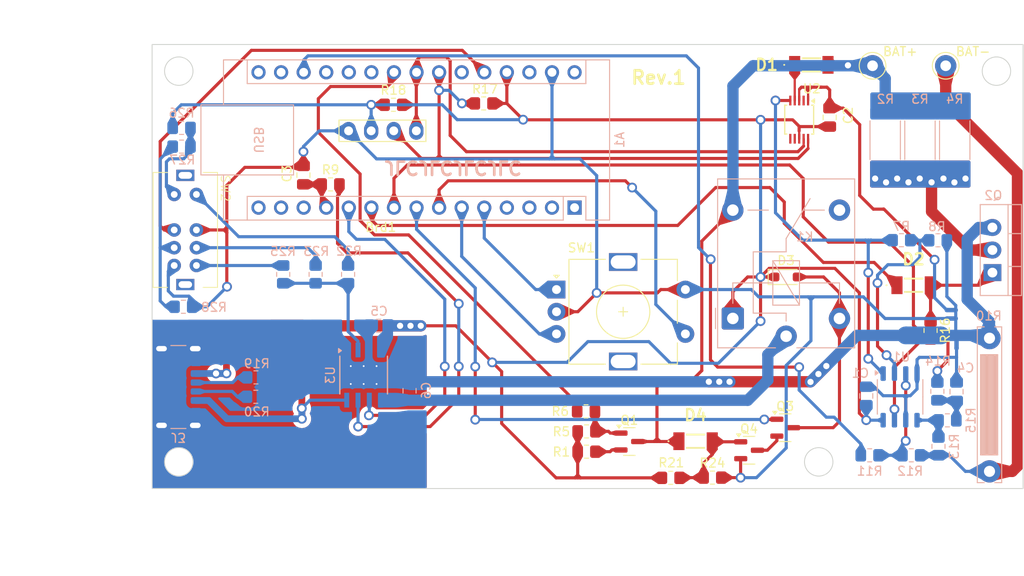
<source format=kicad_pcb>
(kicad_pcb (version 20241229) (generator "pcbnew") (generator_version "9.0")
  (title_block (title "Lithium battery doctor board") (date "2024-10-10") (rev "1") (comment 1 "Modified by GMagician") (comment 2 "Original project by Akos Boda"))
  (layers (0 "F.Cu" signal) (2 "B.Cu" signal) (13 "F.Paste" user) (15 "B.Paste" user) (5 "F.SilkS" user "F.Silkscreen") (7 "B.SilkS" user "B.Silkscreen") (1 "F.Mask" user) (3 "B.Mask" user) (25 "Edge.Cuts" user))
  (net 0 "")
  (net 5 "/ENCA")
  (net 6 "/ENCB")
  (net 7 "/~{ENCBTN}")
  (net 8 "CHARGE_EN")
  (net 9 "Net-(A1-D6)")
  (net 10 "Net-(A1-D7)")
  (net 11 "TP_CHARGING")
  (net 12 "Net-(A1-D9)")
  (net 18 "Net-(A1-AREF)")
  (net 22 "Net-(A1-A3)")
  (net 23 "/SDA")
  (net 24 "/SCL")
  (net 26 "TP_ISEL")
  (net 27 "+5V")
  (net 29 "GND")
  (net 31 "GND2")
  (net 32 "GND1")
  (net 33 "Net-(U3-BAT)")
  (net 34 "Net-(D1-K)")
  (net 35 "BAT+")
  (net 36 "/DISCHARGE_EN")
  (net 37 "Net-(D3-A)")
  (net 38 "Net-(D4-A)")
  (net 39 "GND3")
  (net 41 "Net-(Q2-S)")
  (net 42 "Net-(Q1-B)")
  (net 43 "Net-(Q1-E)")
  (net 44 "Net-(Q2-D)")
  (net 45 "TP_CHARGED")
  (net 46 "Net-(U3-PROG)")
  (net 47 "Net-(J2-Pin_1)")
  (net 48 "Net-(R23-Pad2)")
  (net 49 "Net-(J3-CC1)")
  (net 50 "Net-(J3-CC2)")
  (net 51 "Net-(C4-Pad1)")
  (net 52 "Net-(Q3-S)")
  (net 53 "Net-(U2-AIN1)")
  (net 54 "Net-(U1A--)")
  (net 55 "Net-(U1A-+)")
  (net 56 "Net-(U1B-+)")
  (net 57 "Net-(R16-Pad2)")
  (net 58 "Net-(R22-Pad2)")
  (net 59 "Net-(R25-Pad1)")
  (net 60 "Net-(R26-Pad1)")
  (net 61 "Net-(R27-Pad1)")
  (footprint "Diode_SMD:D_SOD-323_HandSoldering" (layer "F.Cu") (at 167.18 109.89)
    (property "Reference" "D3")
    (property "Value" "1N4148WS" (hide yes))
  )
  (footprint "Package_TO_SOT_SMD:SOT-23" (layer "F.Cu") (at 167.0808 126.8628)
    (property "Reference" "Q3")
    (property "Value" "AO3400A" (hide yes))
  )
  (footprint "Diode_SMD_C:D_SOD-80" (layer "F.Cu") (at 156.9993 128.3868)
    (property "Reference" "D4")
    (property "Value" "LS103A" (hide yes))
  )
  (footprint "Resistor_SMD:R_0805_2012Metric_Pad1.20x1.40mm_HandSolder" (layer "F.Cu") (at 154.2067 132.5118)
    (property "Reference" "R21")
    (property "Value" "120K" (hide yes))
  )
  (footprint "Package_TO_SOT_SMD:SOT-23" (layer "F.Cu") (at 149.5448 128.4224)
    (property "Reference" "Q1")
    (property "Value" "MMBT3906" (hide yes))
  )
  (footprint "Resistor_SMD:R_0805_2012Metric_Pad1.20x1.40mm_HandSolder" (layer "F.Cu") (at 158.8991 132.4864)
    (property "Reference" "R24")
    (property "Value" "75K" (hide yes))
  )
  (footprint "Resistor_SMD:R_0805_2012Metric_Pad1.20x1.40mm_HandSolder" (layer "F.Cu") (at 144.7325 127.2794)
    (property "Reference" "R5")
    (property "Value" "1K" (hide yes))
  )
  (footprint "Package_TO_SOT_SMD:SOT-23" (layer "F.Cu") (at 163.0168 129.4028)
    (property "Reference" "Q4")
    (property "Value" "AO3400A" (hide yes))
  )
  (footprint "Resistor_SMD:R_0805_2012Metric_Pad1.20x1.40mm_HandSolder" (layer "F.Cu") (at 115.9256 99.4664)
    (property "Reference" "R9")
    (property "Value" "10K" (hide yes))
  )
  (footprint "Connector_Pin:Pin_D1.0mm_L10.0mm_LooseFit" (layer "F.Cu") (at 185.1406 86.106)
    (property "Reference" "J2" (hide yes))
    (property "Value" "BAT-")
  )
  (footprint "Resistor_SMD:R_0805_2012Metric_Pad1.20x1.40mm_HandSolder" (layer "F.Cu") (at 183.4388 115.9162 -90)
    (property "Reference" "R16")
    (property "Value" "2K2" (hide yes))
  )
  (footprint "Rotary_Encoder_C:RotaryEncoder-Switch_Vertical_H15mm" (layer "F.Cu") (at 141.351 111.3066)
    (property "Reference" "SW1")
    (property "Value" "RotaryEncoder_Switch" (hide yes))
  )
  (footprint "Resistor_SMD:R_0805_2012Metric_Pad1.20x1.40mm_HandSolder" (layer "F.Cu") (at 144.6751 125.0238 180)
    (property "Reference" "R6")
    (property "Value" "2K" (hide yes))
  )
  (footprint "Diode_SMD_C:D_SOD-80" (layer "F.Cu") (at 170.023 86.0044)
    (property "Reference" "D1")
    (property "Value" "LS103A" (hide yes))
  )
  (footprint "Connector_Pin:Pin_D1.0mm_L10.0mm_LooseFit" (layer "F.Cu") (at 176.911 86.106)
    (property "Reference" "J1" (hide yes))
    (property "Value" "BAT+")
  )
  (footprint "Package_SO:TSSOP-10_3x3mm_P0.5mm" (layer "F.Cu") (at 168.656 92.1727 -90)
    (property "Reference" "U2")
    (property "Value" "ADS1015" (hide yes))
  )
  (footprint "Resistor_SMD:R_0805_2012Metric_Pad1.20x1.40mm_HandSolder" (layer "F.Cu") (at 144.7325 129.5654)
    (property "Reference" "R1")
    (property "Value" "6R2" (hide yes))
  )
  (footprint "Display_C:SSD1306_OLED_DISPLAY_0.96" (layer "F.Cu") (at 121.5776 104.0346)
    (property "Reference" "Brd1")
    (property "Value" "SSD1306")
  )
  (footprint "Resistor_SMD:R_0805_2012Metric_Pad1.20x1.40mm_HandSolder" (layer "F.Cu") (at 133.1562 90.3478 180)
    (property "Reference" "R17")
    (property "Value" "2K2" (hide yes))
  )
  (footprint "Switch:SK23D07VG5" (layer "F.Cu") (at 99.5861 104.5967 -90)
    (property "Reference" "SW2")
    (property "Value" "SW_DP3T" (hide yes))
  )
  (footprint "Capacitor_SMD:C_0805_2012Metric_Pad1.18x1.45mm_HandSolder" (layer "F.Cu") (at 172.085 91.9187 90)
    (property "Reference" "C2")
    (property "Value" "100nF" (hide yes))
  )
  (footprint "Resistor_SMD:R_0805_2012Metric_Pad1.20x1.40mm_HandSolder" (layer "F.Cu") (at 123 90.5)
    (property "Reference" "R18")
    (property "Value" "2K2" (hide yes))
  )
  (footprint "Capacitor_SMD:C_0805_2012Metric_Pad1.18x1.45mm_HandSolder" (layer "F.Cu") (at 112.8776 98.4211 -90)
    (property "Reference" "C3")
    (property "Value" "1uF" (hide yes))
  )
  (footprint "Diode_SMD_C:D_SOD-80" (layer "F.Cu") (at 181.5338 110.8202)
    (property "Reference" "D2")
    (property "Value" "LS103A" (hide yes))
  )
  (footprint "NetTie:NetTie-2_SMD_Pad0.5mm" (layer "B.Cu") (at 185.77 113.62)
    (property "Reference" "NT3" (hide yes))
    (property "Value" "NetTie_2" (hide yes))
  )
  (footprint "Resistor_SMD:R_0805_2012Metric_Pad1.20x1.40mm_HandSolder" (layer "B.Cu") (at 184.3278 128.9652 -90)
    (property "Reference" "R13")
    (property "Value" "820R" (hide yes))
  )
  (footprint "Resistor_SMD:R_2512_6332Metric_Pad1.40x3.35mm_HandSolder" (layer "B.Cu") (at 178.3334 94.49 -90)
    (property "Reference" "R2")
    (property "Value" "1R" (hide yes))
  )
  (footprint "Resistor_THT_C:R_Bare_Metal_Element_L18mm_W2.5mm_P15mm" (layer "B.Cu") (at 190.0682 116.7822 -90)
    (property "Reference" "R10")
    (property "Value" "0.05R" (hide yes))
  )
  (footprint "Resistor_SMD:R_2512_6332Metric_Pad1.40x3.35mm_HandSolder" (layer "B.Cu") (at 182.245 94.49 -90)
    (property "Reference" "R3")
    (property "Value" "1R" (hide yes))
  )
  (footprint "NetTie:NetTie-2_SMD_Pad0.5mm" (layer "B.Cu") (at 185.77 114.57)
    (property "Reference" "NT2" (hide yes))
    (property "Value" "NetTie_2" (hide yes))
  )
  (footprint "NetTie:NetTie-2_SMD_Pad2.0mm" (layer "B.Cu") (at 182.63 116.47)
    (property "Reference" "NT1" (hide yes))
    (property "Value" "NetTie_2" (hide yes))
  )
  (footprint "Capacitor_SMD:C_0805_2012Metric_Pad1.18x1.45mm_HandSolder" (layer "B.Cu") (at 124.8156 122.7035 -90)
    (property "Reference" "C6")
    (property "Value" "10uF" (hide yes))
  )
  (footprint "Capacitor_SMD:C_0805_2012Metric_Pad1.18x1.45mm_HandSolder" (layer "B.Cu") (at 176.1998 123.2877 90)
    (property "Reference" "C1")
    (property "Value" "100nF" (hide yes))
  )
  (footprint "Capacitor_SMD:C_0805_2012Metric_Pad1.18x1.45mm_HandSolder" (layer "B.Cu") (at 121.3358 115.3922 180)
    (property "Reference" "C5")
    (property "Value" "10uF" (hide yes))
  )
  (footprint "Resistor_SMD:R_0805_2012Metric_Pad1.20x1.40mm_HandSolder" (layer "B.Cu") (at 114.2492 109.6 90)
    (property "Reference" "R23")
    (property "Value" "2K4" (hide yes))
  )
  (footprint "Resistor_SMD:R_0805_2012Metric_Pad1.20x1.40mm_HandSolder" (layer "B.Cu") (at 99.1649 95.2119)
    (property "Reference" "R27")
    (property "Value" "7K5" (hide yes))
  )
  (footprint "Relay_THT:Relay_SPDT_Finder_36.11" (layer "B.Cu") (at 161.1884 114.562)
    (property "Reference" "K1")
    (property "Value" "5VDC" (hide yes))
  )
  (footprint "Package_TO_SOT_THT:TO-220-3_Vertical" (layer "B.Cu") (at 190.3984 109.3978 90)
    (property "Reference" "Q2")
    (property "Value" "IRFZ44N" (hide yes))
  )
  (footprint "Resistor_SMD:R_0805_2012Metric_Pad1.20x1.40mm_HandSolder" (layer "B.Cu") (at 181.2704 129.9718 180)
    (property "Reference" "R12")
    (property "Value" "100R" (hide yes))
  )
  (footprint "Resistor_SMD:R_0805_2012Metric_Pad1.20x1.40mm_HandSolder" (layer "B.Cu") (at 184.27 105.76 180)
    (property "Reference" "R8")
    (property "Value" "36R" (hide yes))
  )
  (footprint "Resistor_SMD:R_0805_2012Metric_Pad1.20x1.40mm_HandSolder" (layer "B.Cu") (at 99.1649 93.1037 180)
    (property "Reference" "R26")
    (property "Value" "62K" (hide yes))
  )
  (footprint "Package_SO:SOP-8_3.9x4.9mm_P1.27mm" (layer "B.Cu") (at 180.0098 123.3932 -90)
    (property "Reference" "U1")
    (property "Value" "LM358M" (hide yes))
  )
  (footprint "Capacitor_SMD:C_0805_2012Metric_Pad1.18x1.45mm_HandSolder" (layer "B.Cu") (at 186.3598 122.8051 90)
    (property "Reference" "C4")
    (property "Value" "10uF" (hide yes))
  )
  (footprint "Package_SO_C:SOP-8_4.2x5.3mm_P1.27mm_EP2.5x3.4mm_ThermalVias" (layer "B.Cu") (at 119.65305 120.936 -90)
    (property "Reference" "U3")
    (property "Value" "TP4056A" (hide yes))
  )
  (footprint "Resistor_SMD:R_0805_2012Metric_Pad1.20x1.40mm_HandSolder" (layer "B.Cu") (at 107.5178 123.3816)
    (property "Reference" "R20")
    (property "Value" "5K1" (hide yes))
  )
  (footprint "Resistor_SMD:R_0805_2012Metric_Pad1.20x1.40mm_HandSolder" (layer "B.Cu") (at 99.3681 113.2459 180)
    (property "Reference" "R28")
    (property "Value" "7K5" (hide yes))
  )
  (footprint "Resistor_SMD:R_0805_2012Metric_Pad1.20x1.40mm_HandSolder" (layer "B.Cu") (at 176.5874 129.9718 180)
    (property "Reference" "R11")
    (property "Value" "1K" (hide yes))
  )
  (footprint "Resistor_SMD:R_0805_2012Metric_Pad1.20x1.40mm_HandSolder" (layer "B.Cu") (at 184.2008 122.7742 90)
    (property "Reference" "R14")
    (property "Value" "20K" (hide yes))
  )
  (footprint "Resistor_SMD:R_0805_2012Metric_Pad1.20x1.40mm_HandSolder" (layer "B.Cu") (at 117.9 109.6 90)
    (property "Reference" "R22")
    (property "Value" "1K2" (hide yes))
  )
  (footprint "Resistor_SMD:R_0805_2012Metric_Pad1.20x1.40mm_HandSolder" (layer "B.Cu") (at 107.5366 121.1972)
    (property "Reference" "R19")
    (property "Value" "5K1" (hide yes))
  )
  (footprint "Resistor_SMD:R_0805_2012Metric_Pad1.20x1.40mm_HandSolder" (layer "B.Cu") (at 180.16 105.75)
    (property "Reference" "R7")
    (property "Value" "620R" (hide yes))
  )
  (footprint "NetTie:NetTie-2_SMD_Pad0.5mm" (layer "B.Cu") (at 186.3598 117.4242 90)
    (property "Reference" "NT4" (hide yes))
    (property "Value" "NetTie_2" (hide yes))
  )
  (footprint "Resistor_SMD:R_0805_2012Metric_Pad1.20x1.40mm_HandSolder" (layer "B.Cu") (at 110.6 109.6 -90)
    (property "Reference" "R25")
    (property "Value" "5K6" (hide yes))
  )
  (footprint "Module:Arduino_Nano" (layer "B.Cu") (at 143.383 102.0826 90)
    (property "Reference" "A1")
    (property "Value" "Arduino_Nano" (hide yes))
  )
  (footprint "Resistor_SMD:R_2512_6332Metric_Pad1.40x3.35mm_HandSolder" (layer "B.Cu") (at 186.1566 94.49 -90)
    (property "Reference" "R4")
    (property "Value" "1R" (hide yes))
  )
  (footprint "Connector_USB:USB_C_Receptacle_GCT_USB4125-xx-x_6P_TopMnt_Horizontal" (layer "B.Cu") (at 97.7072 122.2824 90)
    (property "Reference" "J3")
    (property "Value" "USB_C_Receptacle_PowerOnly_6P" (hide yes))
  )
  (footprint "Resistor_SMD:R_0805_2012Metric_Pad1.20x1.40mm_HandSolder" (layer "B.Cu") (at 185.3344 126.0348)
    (property "Reference" "R15")
    (property "Value" "12K" (hide yes))
  )
  (gr_circle (center 170.8516 130.7122) (end 172.4516 130.7122) (stroke (width 0.1)) (fill no) (layer "Edge.Cuts"))
  (gr_circle (center 98.8516 86.7122) (end 100.4516 86.7122) (stroke (width 0.1)) (fill no) (layer "Edge.Cuts"))
  (gr_circle (center 98.8516 130.7122) (end 100.4516 130.7122) (stroke (width 0.1)) (fill no) (layer "Edge.Cuts"))
  (gr_rect (start 95.8516 83.7122) (end 193.8516 133.7122) (stroke (width 0.1)) (fill no) (layer "Edge.Cuts"))
  (gr_circle (center 190.8516 86.7122) (end 192.4516 86.7122) (stroke (width 0.1)) (fill no) (layer "Edge.Cuts"))
  (gr_text "Rev.1" (at 149.6 88.32 0) (layer "F.SilkS") (effects (font (size 1.5 1.5) (thickness 0.3) (bold yes)) (justify left bottom)))
  (gr_text "JLCJLCJLCJLC" (at 121.793 96.6978 180) (layer "B.SilkS") (effects (font (size 1.5 1.5) (thickness 0.3) (bold yes)) (justify left bottom mirror)))
  (segment (start 141.351 111.3066) (end 139.0066 111.3066) (width 0.35) (layer "B.Cu") (net 5))
  (segment (start 133.223 105.523) (end 133.223 102.0826) (width 0.35) (layer "B.Cu") (net 5))
  (segment (start 139.0066 111.3066) (end 133.223 105.523) (width 0.35) (layer "B.Cu") (net 5))
  (segment (start 141.351 116.3066) (end 139.4206 116.3066) (width 0.35) (layer "B.Cu") (net 6))
  (segment (start 139.4206 116.3066) (end 130.683 107.569) (width 0.35) (layer "B.Cu") (net 6))
  (segment (start 130.683 107.569) (end 130.683 102.0826) (width 0.35) (layer "B.Cu") (net 6))
  (segment (start 129.159 99.06) (end 128.143 100.076) (width 0.35) (layer "F.Cu") (net 7))
  (segment (start 149.86 99.822) (end 149.098 99.06) (width 0.35) (layer "F.Cu") (net 7))
  (segment (start 149.098 99.06) (end 129.159 99.06) (width 0.35) (layer "F.Cu") (net 7))
  (segment (start 128.143 100.076) (end 128.143 102.0826) (width 0.35) (layer "F.Cu") (net 7))
  (via (at 149.86 99.822) (size 1.1) (drill 0.7) (layers "F.Cu" "B.Cu") (net 7))
  (segment (start 155.851 116.3066) (end 152.5253 112.9809) (width 0.35) (layer "B.Cu") (net 7))
  (segment (start 152.5253 102.4873) (end 149.86 99.822) (width 0.35) (layer "B.Cu") (net 7))
  (segment (start 152.5253 112.9809) (end 152.5253 102.4873) (width 0.35) (layer "B.Cu") (net 7))
  (segment (start 132.207 119.9896) (end 132.207 125.9586) (width 0.35) (layer "F.Cu") (net 8))
  (segment (start 164.7317 125.9382) (end 166.1179 125.9382) (width 0.35) (layer "F.Cu") (net 8))
  (via (at 132.207 119.9896) (size 1.1) (drill 0.7) (layers "F.Cu" "B.Cu") (net 8))
  (via (at 132.207 125.9586) (size 1.1) (drill 0.7) (layers "F.Cu" "B.Cu") (net 8))
  (via (at 164.7317 125.9382) (size 1.1) (drill 0.7) (layers "F.Cu" "B.Cu") (net 8))
  (segment (start 125.603 104.521) (end 125.603 102.0826) (width 0.35) (layer "B.Cu") (net 8))
  (segment (start 164.7317 125.9382) (end 132.212 125.9382) (width 0.35) (layer "B.Cu") (net 8))
  (segment (start 132.207 111.125) (end 125.603 104.521) (width 0.35) (layer "B.Cu") (net 8))
  (segment (start 132.207 111.125) (end 132.207 119.9896) (width 0.35) (layer "B.Cu") (net 8))
  (segment (start 167.5892 97.282) (end 124.5616 97.282) (width 0.35) (layer "F.Cu") (net 9))
  (segment (start 182.0926 115.9002) (end 181.5084 115.316) (width 0.35) (layer "F.Cu") (net 9))
  (segment (start 169.1132 103.124) (end 169.1132 98.806) (width 0.35) (layer "F.Cu") (net 9))
  (segment (start 185.3946 116.4844) (end 184.8104 115.9002) (width 0.35) (layer "F.Cu") (net 9))
  (segment (start 124.5616 97.282) (end 123.063 98.7806) (width 0.35) (layer "F.Cu") (net 9))
  (segment (start 169.1132 98.806) (end 167.5892 97.282) (width 0.35) (layer "F.Cu") (net 9))
  (segment (start 171.958 105.9688) (end 169.1132 103.124) (width 0.35) (layer "F.Cu") (net 9))
  (segment (start 181.5084 108.712) (end 178.7652 105.9688) (width 0.35) (layer "F.Cu") (net 9))
  (segment (start 185.3946 119.2784) (end 185.3946 116.4844) (width 0.35) (layer "F.Cu") (net 9))
  (segment (start 123.063 98.7806) (end 123.063 102.0826) (width 0.35) (layer "F.Cu") (net 9))
  (segment (start 184.2008 120.4722) (end 185.3946 119.2784) (width 0.35) (layer "F.Cu") (net 9))
  (segment (start 181.5084 115.316) (end 181.5084 108.712) (width 0.35) (layer "F.Cu") (net 9))
  (segment (start 184.8104 115.9002) (end 182.0926 115.9002) (width 0.35) (layer "F.Cu") (net 9))
  (segment (start 178.7652 105.9688) (end 171.958 105.9688) (width 0.35) (layer "F.Cu") (net 9))
  (via (at 184.2008 120.4722) (size 1.1) (drill 0.7) (layers "F.Cu" "B.Cu") (net 9))
  (segment (start 184.2008 121.7742) (end 184.2008 120.4722) (width 0.35) (layer "B.Cu") (net 9))
  (segment (start 166.9796 103.8606) (end 166.9796 101.4476) (width 0.35) (layer "F.Cu") (net 10))
  (segment (start 177.0934 108.2548) (end 171.3738 108.2548) (width 0.35) (layer "F.Cu") (net 10))
  (segment (start 166.9796 101.4476) (end 165.354 99.822) (width 0.35) (layer "F.Cu") (net 10))
  (segment (start 159.258 99.822) (end 154.9908 104.0892) (width 0.35) (layer "F.Cu") (net 10))
  (segment (start 171.3738 108.2548) (end 166.9796 103.8606) (width 0.35) (layer "F.Cu") (net 10))
  (segment (start 165.354 99.822) (end 159.258 99.822) (width 0.35) (layer "F.Cu") (net 10))
  (segment (start 120.523 103.4542) (end 120.523 102.0826) (width 0.35) (layer "F.Cu") (net 10))
  (segment (start 121.158 104.0892) (end 120.523 103.4542) (width 0.35) (layer "F.Cu") (net 10))
  (segment (start 154.9908 104.0892) (end 121.158 104.0892) (width 0.35) (layer "F.Cu") (net 10))
  (segment (start 179.6588 110.8202) (end 177.0934 108.2548) (width 0.35) (layer "F.Cu") (net 10))
  (segment (start 128.778 119.9642) (end 128.778 123.317) (width 0.35) (layer "F.Cu") (net 11))
  (segment (start 128.778 123.317) (end 126.619 125.476) (width 0.35) (layer "F.Cu") (net 11))
  (segment (start 126.619 125.476) (end 120.2436 125.476) (width 0.35) (layer "F.Cu") (net 11))
  (via (at 120.2436 125.476) (size 1.1) (drill 0.7) (layers "F.Cu" "B.Cu") (net 11))
  (via (at 128.778 119.9642) (size 1.1) (drill 0.7) (layers "F.Cu" "B.Cu") (net 11))
  (segment (start 122.0343 105.6513) (end 128.778 112.395) (width 0.35) (layer "B.Cu") (net 11))
  (segment (start 128.778 119.9642) (end 128.778 112.395) (width 0.35) (layer "B.Cu") (net 11))
  (segment (start 120.28805 125.43155) (end 120.2436 125.476) (width 0.25) (layer "B.Cu") (net 11))
  (segment (start 117.983 104.7877) (end 118.8466 105.6513) (width 0.35) (layer "B.Cu") (net 11))
  (segment (start 120.28805 123.76175) (end 120.28805 125.43155) (width 0.35) (layer "B.Cu") (net 11))
  (segment (start 118.8466 105.6513) (end 122.0343 105.6513) (width 0.35) (layer "B.Cu") (net 11))
  (segment (start 117.983 102.0826) (end 117.983 104.7877) (width 0.35) (layer "B.Cu") (net 11))
  (segment (start 114.9256 99.4664) (end 112.8854 99.4664) (width 0.35) (layer "F.Cu") (net 12))
  (segment (start 114.9256 99.4664) (end 114.9256 101.5652) (width 0.35) (layer "F.Cu") (net 12))
  (segment (start 114.9256 101.5652) (end 115.443 102.0826) (width 0.35) (layer "F.Cu") (net 12))
  (segment (start 159.4866 120.0404) (end 158.6738 119.2276) (width 0.35) (layer "F.Cu") (net 18))
  (segment (start 158.6738 119.2276) (end 158.6738 107.95) (width 0.35) (layer "F.Cu") (net 18))
  (segment (start 168.656 120.0404) (end 159.4866 120.0404) (width 0.35) (layer "F.Cu") (net 18))
  (via (at 168.656 120.0404) (size 1.1) (drill 0.7) (layers "F.Cu" "B.Cu") (net 18))
  (via (at 158.6992 107.8992) (size 1.1) (drill 0.7) (layers "F.Cu" "B.Cu") (net 18))
  (segment (start 157.3276 106.5784) (end 158.6484 107.8992) (width 0.35) (layer "B.Cu") (net 18))
  (segment (start 168.656 122.6312) (end 171.704 125.6792) (width 0.35) (layer "B.Cu") (net 18))
  (segment (start 172.5874 125.6792) (end 171.704 125.6792) (width 0.35) (layer "B.Cu") (net 18))
  (segment (start 112.903 86.8426) (end 112.903 85.471) (width 0.35) (layer "B.Cu") (net 18))
  (segment (start 175.5874 128.6792) (end 175.5874 129.9718) (width 0.35) (layer "B.Cu") (net 18))
  (segment (start 155.956 84.9884) (end 157.3276 86.36) (width 0.35) (layer "B.Cu") (net 18))
  (segment (start 157.3276 86.36) (end 157.3276 106.5784) (width 0.35) (layer "B.Cu") (net 18))
  (segment (start 158.6484 107.8992) (end 158.6992 107.8992) (width 0.25) (layer "B.Cu") (net 18))
  (segment (start 168.656 120.0404) (end 168.656 122.6312) (width 0.35) (layer "B.Cu") (net 18))
  (segment (start 112.903 85.471) (end 113.3856 84.9884) (width 0.35) (layer "B.Cu") (net 18))
  (segment (start 175.5874 128.6792) (end 172.5874 125.6792) (width 0.35) (layer "B.Cu") (net 18))
  (segment (start 113.3856 84.9884) (end 155.956 84.9884) (width 0.35) (layer "B.Cu") (net 18))
  (segment (start 123.063 87.6808) (end 122.301 88.4428) (width 0.35) (layer "F.Cu") (net 22))
  (segment (start 120.8786 105.156) (end 124.714 105.156) (width 0.35) (layer "F.Cu") (net 22))
  (segment (start 119.253 98.298) (end 119.253 103.5304) (width 0.35) (layer "F.Cu") (net 22))
  (segment (start 124.714 105.156) (end 143.6878 124.1298) (width 0.35) (layer "F.Cu") (net 22))
  (segment (start 114.554 93.599) (end 119.253 98.298) (width 0.35) (layer "F.Cu") (net 22))
  (segment (start 122.301 88.4428) (end 115.9256 88.4428) (width 0.35) (layer "F.Cu") (net 22))
  (segment (start 123.063 86.8426) (end 123.063 87.6808) (width 0.35) (layer "F.Cu") (net 22))
  (segment (start 114.554 89.8144) (end 114.554 93.599) (width 0.35) (layer "F.Cu") (net 22))
  (segment (start 115.9256 88.4428) (end 114.554 89.8144) (width 0.35) (layer "F.Cu") (net 22))
  (segment (start 119.253 103.5304) (end 120.8786 105.156) (width 0.35) (layer "F.Cu") (net 22))
  (segment (start 143.6751 125.0238) (end 143.6751 124.1425) (width 0.35) (layer "F.Cu") (net 22))
  (segment (start 125.5776 93.4346) (end 125.5776 90.5002) (width 0.35) (layer "F.Cu") (net 23))
  (segment (start 131.2164 95.7834) (end 168.5203 95.7834) (width 0.35) (layer "F.Cu") (net 23))
  (segment (start 125.603 86.8426) (end 125.603 85.4964) (width 0.35) (layer "F.Cu") (net 23))
  (segment (start 129.3876 93.9546) (end 131.2164 95.7834) (width 0.35) (layer "F.Cu") (net 23))
  (segment (start 124 90.5) (end 125.5774 90.5) (width 0.35) (layer "F.Cu") (net 23))
  (segment (start 129.3876 85.5472) (end 129.3876 93.9546) (width 0.35) (layer "F.Cu") (net 23))
  (segment (start 125.5774 90.5) (end 125.5776 90.5002) (width 0.25) (layer "F.Cu") (net 23))
  (segment (start 125.984 85.1154) (end 128.9558 85.1154) (width 0.35) (layer "F.Cu") (net 23))
  (segment (start 125.5776 90.5002) (end 125.5776 86.868) (width 0.35) (layer "F.Cu") (net 23))
  (segment (start 128.9558 85.1154) (end 129.3876 85.5472) (width 0.35) (layer "F.Cu") (net 23))
  (segment (start 168.5203 95.7834) (end 169.156 95.1477) (width 0.35) (layer "F.Cu") (net 23))
  (segment (start 169.156 94.3227) (end 169.156 95.1477) (width 0.25) (layer "F.Cu") (net 23))
  (segment (start 125.603 85.4964) (end 125.984 85.1154) (width 0.35) (layer "F.Cu") (net 23))
  (segment (start 169.656 94.3227) (end 169.656 95.425518) (width 0.25) (layer "F.Cu") (net 24))
  (segment (start 130.71 90.34) (end 132.1484 90.34) (width 0.35) (layer "F.Cu") (net 24))
  (segment (start 126.1484 96.5454) (end 127.85 96.5454) (width 0.35) (layer "F.Cu") (net 24))
  (segment (start 128.143 86.8426) (end 128.143 88.7222) (width 0.35) (layer "F.Cu") (net 24))
  (segment (start 128.143 96.25) (end 128.1646 96.25) (width 0.35) (layer "F.Cu") (net 24))
  (segment (start 128.1646 96.25) (end 128.46 96.5454) (width 0.35) (layer "F.Cu") (net 24))
  (segment (start 127.85 96.5454) (end 128.46 96.5454) (width 0.35) (layer "F.Cu") (net 24))
  (segment (start 132.1484 90.34) (end 132.1562 90.3478) (width 0.35) (layer "F.Cu") (net 24))
  (segment (start 128.143 96.25) (end 128.143 96.2524) (width 0.35) (layer "F.Cu") (net 24))
  (segment (start 168.536118 96.5454) (end 169.656 95.425518) (width 0.35) (layer "F.Cu") (net 24))
  (segment (start 128.143 96.2524) (end 127.85 96.5454) (width 0.35) (layer "F.Cu") (net 24))
  (segment (start 123.0376 93.4346) (end 126.1484 96.5454) (width 0.35) (layer "F.Cu") (net 24))
  (segment (start 128.143 88.7222) (end 128.143 96.25) (width 0.35) (layer "F.Cu") (net 24))
  (segment (start 128.46 96.5454) (end 168.536118 96.5454) (width 0.35) (layer "F.Cu") (net 24))
  (via (at 130.71 90.34) (size 1.1) (drill 0.7) (layers "F.Cu" "B.Cu") (net 24))
  (via (at 128.14 88.87) (size 1.1) (drill 0.7) (layers "F.Cu" "B.Cu") (net 24))
  (segment (start 130.71 90.34) (end 129.24 88.87) (width 0.35) (layer "B.Cu") (net 24))
  (segment (start 129.24 88.87) (end 128.14 88.87) (width 0.35) (layer "B.Cu") (net 24))
  (segment (start 96.7613 104.14) (end 97.218 104.5967) (width 0.35) (layer "F.Cu") (net 26))
  (segment (start 107.019 84.37) (end 96.7613 94.6277) (width 0.35) (layer "F.Cu") (net 26))
  (segment (start 96.7613 94.6277) (end 96.7613 104.14) (width 0.35) (layer "F.Cu") (net 26))
  (segment (start 133.223 86.8426) (end 130.7504 84.37) (width 0.35) (layer "F.Cu") (net 26))
  (segment (start 130.7504 84.37) (end 107.019 84.37) (width 0.35) (layer "F.Cu") (net 26))
  (segment (start 97.218 104.5967) (end 98.3361 104.5967) (width 0.35) (layer "F.Cu") (net 26))
  (segment (start 122 90.5) (end 120.5 90.5) (width 0.25) (layer "F.Cu") (net 27))
  (segment (start 135.1788 126.3904) (end 135.255 126.4666) (width 0.25) (layer "F.Cu") (net 27))
  (segment (start 134.1562 90.3478) (end 135.763 90.3478) (width 0.35) (layer "F.Cu") (net 27))
  (segment (start 141.3002 132.5118) (end 135.255 126.4666) (width 0.35) (layer "F.Cu") (net 27))
  (segment (start 164.338 92.19305) (end 137.6426 92.19305) (width 0.35) (layer "F.Cu") (net 27))
  (segment (start 143.7325 132.2) (end 143.7325 132.5052) (width 0.35) (layer "F.Cu") (net 27))
  (segment (start 168.65 92.9924) (end 168.65 93.45) (width 0.35) (layer "F.Cu") (net 27))
  (segment (start 143.7325 127.2794) (end 143.7325 129.5654) (width 0.35) (layer "F.Cu") (net 27))
  (segment (start 175.427 125.2366) (end 175.427 111.673) (width 0.35) (layer "F.Cu") (net 27))
  (segment (start 103.0484 120.7516) (end 103.04 120.76) (width 0.762) (layer "F.Cu") (net 27))
  (segment (start 112.6998 125.857) (end 112.6998 117.051) (width 0.762) (layer "F.Cu") (net 27))
  (segment (start 135.763 86.8426) (end 135.763 90.3478) (width 0.35) (layer "F.Cu") (net 27))
  (segment (start 162.8552 109.89) (end 161.1884 111.5568) (width 0.35) (layer "F.Cu") (net 27))
  (segment (start 164.3098 109.89) (end 162.8552 109.89) (width 0.35) (layer "F.Cu") (net 27))
  (segment (start 135.1788 120.5484) (end 135.1788 126.3904) (width 0.35) (layer "F.Cu") (net 27))
  (segment (start 164.3098 114.856) (end 164.3126 114.8588) (width 0.35) (layer "F.Cu") (net 27))
  (segment (start 143.45 132.4825) (end 143.7325 132.2) (width 0.35) (layer "F.Cu") (net 27))
  (segment (start 130.0204 115.39) (end 134.112 119.4816) (width 0.35) (layer "F.Cu") (net 27))
  (segment (start 134.1374 119.507) (end 135.1788 120.5484) (width 0.35) (layer "F.Cu") (net 27))
  (segment (start 104.2162 120.7516) (end 104.2162 119.2094) (width 0.762) (layer "F.Cu") (net 27))
  (segment (start 164.3098 109.89) (end 165.93 109.89) (width 0.35) (layer "F.Cu") (net 27))
  (segment (start 164.3098 109.89) (end 164.3098 114.856) (width 0.35) (layer "F.Cu") (net 27))
  (segment (start 143.45 132.5118) (end 141.3002 132.5118) (width 0.35) (layer "F.Cu") (net 27))
  (segment (start 112.6998 116.7384) (end 114.046 115.3922) (width 1.27) (layer "F.Cu") (net 27))
  (segment (start 161.1884 111.5568) (end 161.1884 114.562) (width 0.35) (layer "F.Cu") (net 27))
  (segment (start 126.0784 115.39) (end 130.0204 115.39) (width 0.35) (layer "F.Cu") (net 27))
  (segment (start 167.85 92.19305) (end 164.338 92.19305) (width 0.35) (layer "F.Cu") (net 27))
  (segment (start 114.046 115.3922) (end 126.0762 115.3922) (width 1.27) (layer "F.Cu") (net 27))
  (segment (start 172.6692 108.9152) (end 165.2846 108.9152) (width 0.35) (layer "F.Cu") (net 27))
  (segment (start 135.763 90.3478) (end 137.5918 92.1766) (width 0.35) (layer "F.Cu") (net 27))
  (segment (start 144.05 132.5118) (end 143.45 132.5118) (width 0.35) (layer "F.Cu") (net 27))
  (segment (start 172.085 92.9562) (end 168.6862 92.9562) (width 0.35) (layer "F.Cu") (net 27))
  (segment (start 104.2162 119.2094) (end 106.3746 117.051) (width 0.762) (layer "F.Cu") (net 27))
  (segment (start 143.7382 132.2) (end 144.05 132.5118) (width 0.35) (layer "F.Cu") (net 27))
  (segment (start 165.2846 108.9152) (end 164.3098 109.89) (width 0.35) (layer "F.Cu") (net 27))
  (segment (start 167.92305 92.19305) (end 167.85 92.19305) (width 0.25) (layer "F.Cu") (net 27))
  (segment (start 168.656 93.456) (end 168.656 94.3227) (width 0.25) (layer "F.Cu") (net 27))
  (segment (start 106.3746 117.051) (end 112.6998 117.051) (width 0.762) (layer "F.Cu") (net 27))
  (segment (start 104.2162 120.7516) (end 103.0484 120.7516) (width 0.762) (layer "F.Cu") (net 27))
  (segment (start 143.7325 129.5654) (end 143.7325 132.2) (width 0.35) (layer "F.Cu") (net 27))
  (segment (start 112.6998 117.051) (end 112.6998 116.7384) (width 1.27) (layer "F.Cu") (net 27))
  (segment (start 168.65 93.45) (end 168.656 93.456) (width 0.25) (layer "F.Cu") (net 27))
  (segment (start 176.1998 126.0094) (end 175.427 125.2366) (width 0.35) (layer "F.Cu") (net 27))
  (segment (start 126.0762 115.3922) (end 126.0784 115.39) (width 1.27) (layer "F.Cu") (net 27))
  (segment (start 153.2067 132.5118) (end 144.05 132.5118) (width 0.35) (layer "F.Cu") (net 27))
  (segment (start 168.656 92.926) (end 167.92305 92.19305) (width 0.35) (layer "F.Cu") (net 27))
  (segment (start 175.427 111.673) (end 172.6692 108.9152) (width 0.35) (layer "F.Cu") (net 27))
  (via (at 164.3126 92.19305) (size 1.1) (drill 0.7) (layers "F.Cu" "B.Cu") (net 27))
  (via (at 164.3126 114.8588) (size 1.1) (drill 0.7) (layers "F.Cu" "B.Cu") (net 27))
  (via (at 126.0784 115.39) (size 1.1) (drill 0.7) (layers "F.Cu" "B.Cu") (net 27))
  (via (at 120.5 90.5) (size 1.1) (drill 0.7) (layers "F.Cu" "B.Cu") (net 27))
  (via (at 103.04 120.76) (size 1.1) (drill 0.7) (layers "F.Cu" "B.Cu") (net 27))
  (via (at 124.92 115.39) (size 1.1) (drill 0.7) (layers "F.Cu" "B.Cu") (net 27))
  (via (at 134.112 119.507) (size 1.1) (drill 0.7) (layers "F.Cu" "B.Cu") (net 27))
  (via (at 112.6998 125.857) (size 1.1) (drill 0.7) (layers "F.Cu" "B.Cu") (net 27))
  (via (at 112.69 124.69) (size 1.1) (drill 0.7) (layers "F.Cu" "B.Cu") (net 27))
  (via (at 123.75 115.39) (size 1.1) (drill 0.7) (layers "F.Cu" "B.Cu") (net 27))
  (via (at 137.5918 92.1766) (size 1.1) (drill 0.7) (layers "F.Cu" "B.Cu") (net 27))
  (via (at 176.1998 126.0094) (size 1.1) (drill 0.7) (layers "F.Cu" "B.Cu") (net 27))
  (via (at 104.2162 120.7516) (size 1.1) (drill 0.7) (layers "F.Cu" "B.Cu") (net 27))
  (via (at 164.3098 109.89) (size 1.1) (drill 0.7) (layers "F.Cu" "B.Cu") (net 27))
  (segment (start 112.69 124.69) (end 113.61825 123.76175) (width 0.35) (layer "B.Cu") (net 27))
  (segment (start 126.0784 115.39) (end 123 115.39) (width 1.27) (layer "B.Cu") (net 27))
  (segment (start 164.3126 92.19305) (end 164.3126 109.8872) (width 0.35) (layer "B.Cu") (net 27))
  (segment (start 112.6998 124.6998) (end 112.69 124.69) (width 0.762) (layer "B.Cu") (net 27))
  (segment (start 100.7872 120.7624) (end 104.2054 120.7624) (width 0.762) (layer "B.Cu") (net 27))
  (segment (start 144.8816 117.1702) (end 151.7396 117.1702) (width 0.35) (layer "B.Cu") (net 27))
  (segment (start 120.5 90.6042) (end 120.4976 90.6066) (width 0.25) (layer "B.Cu") (net 27))
  (segment (start 176.1998 124.3252) (end 176.1998 126.0094) (width 0.35) (layer "B.Cu") (net 27))
  (segment (start 112.6998 125.857) (end 112.6998 124.6998) (width 0.762) (layer "B.Cu") (net 27))
  (segment (start 154.178 119.6086) (end 159.5628 119.6086) (width 0.35) (layer "B.Cu") (net 27))
  (segment (start 99.1364 90.5) (end 120.5 90.5) (width 0.35) (layer "B.Cu") (net 27))
  (segment (start 142.5448 119.507) (end 144.8816 117.1702) (width 0.35) (layer "B.Cu") (net 27))
  (segment (start 120.5 90.5) (end 128.4984 90.5) (width 0.35) (layer "B.Cu") (net 27))
  (segment (start 100.7872 123.8024) (end 102.2124 123.8024) (width 0.762) (layer "B.Cu") (net 27))
  (segment (start 104.2054 120.7624) (end 104.2162 120.7516) (width 0.762) (layer "B.Cu") (net 27))
  (segment (start 102.2124 123.8024) (end 104.267 125.857) (width 0.762) (layer "B.Cu") (net 27))
  (segment (start 128.4984 90.5) (end 130.175 92.1766) (width 0.35) (layer "B.Cu") (net 27))
  (segment (start 123 115.39) (end 122.99 115.38) (width 1.27) (layer "B.Cu") (net 27))
  (segment (start 120.4976 90.6066) (end 120.4976 93.4346) (width 0.35) (layer "B.Cu") (net 27))
  (segment (start 151.7396 117.1702) (end 154.178 119.6086) (width 0.35) (layer "B.Cu") (net 27))
  (segment (start 178.1048 126.0182) (end 176.2086 126.0182) (width 0.35) (layer "B.Cu") (net 27))
  (segment (start 98.1649 91.4715) (end 99.1364 90.5) (width 0.35) (layer "B.Cu") (net 27))
  (segment (start 134.112 119.507) (end 142.5448 119.507) (width 0.35) (layer "B.Cu") (net 27))
  (segment (start 120.5 90.5) (end 120.5 90.6042) (width 0.25) (layer "B.Cu") (net 27))
  (segment (start 164.3126 109.8872) (end 164.3098 109.89) (width 0.35) (layer "B.Cu") (net 27))
  (segment (start 113.61825 123.76175) (end 117.74805 123.76175) (width 0.35) (layer "B.Cu") (net 27))
  (segment (start 176.2086 126.0182) (end 176.1998 126.0094) (width 0.25) (layer "B.Cu") (net 27))
  (segment (start 159.5628 119.6086) (end 164.3126 114.8588) (width 0.35) (layer "B.Cu") (net 27))
  (segment (start 104.267 125.857) (end 112.6998 125.857) (width 0.762) (layer "B.Cu") (net 27))
  (segment (start 98.1649 93.1037) (end 98.1649 91.4715) (width 0.35) (layer "B.Cu") (net 27))
  (segment (start 130.175 92.1766) (end 137.5918 92.1766) (width 0.35) (layer "B.Cu") (net 27))
  (segment (start 169.94 121.69) (end 171.71 119.92) (width 1.27) (layer "F.Cu") (net 29))
  (segment (start 158.49 121.69) (end 169.94 121.69) (width 1.27) (layer "F.Cu") (net 29))
  (via (at 158.49 121.69) (size 1.1) (drill 0.7) (layers "F.Cu" "B.Cu") (net 29))
  (via (at 159.66 121.69) (size 1.1) (drill 0.7) (layers "F.Cu" "B.Cu") (net 29))
  (via (at 170.82 120.82) (size 1.1) (drill 0.7) (layers "F.Cu" "B.Cu") (net 29))
  (via (at 171.71 119.92) (size 1.1) (drill 0.7) (layers "F.Cu" "B.Cu") (net 29))
  (via (at 169.93 121.71) (size 1.1) (drill 0.7) (layers "F.Cu" "B.Cu") (net 29))
  (via (at 160.8201 121.6914) (size 1.1) (drill 0.7) (layers "F.Cu" "B.Cu") (net 29))
  (segment (start 160.8582 121.6914) (end 124.841 121.6914) (width 1.27) (layer "B.Cu") (net 29))
  (segment (start 169.92 121.7) (end 175.15 116.47) (width 1.27) (layer "B.Cu") (net 29))
  (segment (start 175.15 116.47) (end 181.47 116.47) (width 1.27) (layer "B.Cu") (net 29))
  (segment (start 168.911 88.519) (end 168.706 88.724) (width 0.35) (layer "F.Cu") (net 31))
  (segment (start 178.11 102.25) (end 177 102.25) (width 0.35) (layer "F.Cu") (net 31))
  (segment (start 169.656 88.523) (end 169.66 88.519) (width 0.25) (layer "F.Cu") (net 31))
  (segment (start 178.19 102.25) (end 178.11 102.25) (width 0.35) (layer "F.Cu") (net 31))
  (segment (start 175.4632 92.7354) (end 173.609 90.8812) (width 0.35) (layer "F.Cu") (net 31))
  (segment (start 169.33 88.574) (end 169.656 88.9) (width 0.35) (layer "F.Cu") (net 31))
  (segment (start 169.66 88.519) (end 169.33 88.519) (width 0.35) (layer "F.Cu") (net 31))
  (segment (start 177 102.25) (end 175.4632 100.7132) (width 0.35) (layer "F.Cu") (net 31))
  (segment (start 169.656 88.9) (end 169.656 88.523) (width 0.25) (layer "F.Cu") (net 31))
  (segment (start 168.656 90.0227) (end 168.656 88.774) (width 0.25) (layer "F.Cu") (net 31))
  (segment (start 172.085 90.02) (end 172.085 90.8812) (width 0.35) (layer "F.Cu") (net 31))
  (segment (start 169.33 88.519) (end 169.33 88.574) (width 0.35) (layer "F.Cu") (net 31))
  (segment (start 171.05 88.519) (end 170.04 88.519) (width 0.35) (layer "F.Cu") (net 31))
  (segment (start 173.609 90.8812) (end 172.085 90.8812) (width 0.35) (layer "F.Cu") (net 31))
  (segment (start 168.656 88.774) (end 168.706 88.724) (width 0.25) (layer "F.Cu") (net 31))
  (segment (start 169.656 88.9) (end 169.659 88.9) (width 0.35) (layer "F.Cu") (net 31))
  (segment (start 171.7802 88.519) (end 172.085 88.8238) (width 0.35) (layer "F.Cu") (net 31))
  (segment (start 170.04 88.519) (end 169.66 88.519) (width 0.35) (layer "F.Cu") (net 31))
  (segment (start 171.17 88.519) (end 171.05 88.519) (width 0.35) (layer "F.Cu") (net 31))
  (segment (start 171.7802 88.519) (end 171.17 88.519) (width 0.35) (layer "F.Cu") (net 31))
  (segment (start 175.4632 100.7132) (end 175.4632 92.7354) (width 0.35) (layer "F.Cu") (net 31))
  (segment (start 172.0823 90.0227) (end 172.085 90.02) (width 0.35) (layer "F.Cu") (net 31))
  (segment (start 172.085 88.8238) (end 172.085 90.02) (width 0.35) (layer "F.Cu") (net 31))
  (segment (start 169.33 88.519) (end 168.911 88.519) (width 0.35) (layer "F.Cu") (net 31))
  (segment (start 169.656 90.0227) (end 169.656 88.9) (width 0.25) (layer "F.Cu") (net 31))
  (segment (start 169.659 88.9) (end 170.04 88.519) (width 0.35) (layer "F.Cu") (net 31))
  (segment (start 183.89 107.95) (end 178.19 102.25) (width 0.35) (layer "F.Cu") (net 31))
  (via (at 183.89 107.95) (size 1.1) (drill 0.7) (layers "F.Cu" "B.Cu") (net 31))
  (segment (start 183.89 112.24) (end 183.89 107.95) (width 0.35) (layer "B.Cu") (net 31))
  (segment (start 185.27 113.62) (end 183.89 112.24) (width 0.35) (layer "B.Cu") (net 31))
  (segment (start 112.8776 95.7834) (end 112.8776 97.3836) (width 0.35) (layer "F.Cu") (net 32))
  (segment (start 104.2543 104.5967) (end 104.2543 104.9) (width 0.35) (layer "F.Cu") (net 32))
  (segment (start 104.2543 104.3) (end 104.2543 99.5709) (width 0.35) (layer "F.Cu") (net 32))
  (segment (start 145.8722 111.6838) (end 152.7048 111.6838) (width 0.35) (layer "F.Cu") (net 32))
  (segment (start 104.2543 104.9) (end 104.2543 110.9853) (width 0.35) (layer "F.Cu") (net 32))
  (segment (start 159.8991 132.4864) (end 162.0597 132.4864) (width 0.35) (layer "F.Cu") (net 32))
  (segment (start 153.082 111.3066) (end 155.851 111.3066) (width 0.35) (layer "F.Cu") (net 32))
  (segment (start 104.2543 99.5709) (end 106.2814 97.5438) (width 0.35) (layer "F.Cu") (net 32))
  (segment (start 106.2814 97.5438) (end 112.8776 97.5438) (width 0.35) (layer "F.Cu") (net 32))
  (segment (start 104.2467 104.3) (end 103.95 104.5967) (width 0.35) (layer "F.Cu") (net 32))
  (segment (start 103.95 104.5967) (end 104.2543 104.5967) (width 0.35) (layer "F.Cu") (net 32))
  (segment (start 141.351 113.8066) (end 143.7494 113.8066) (width 0.35) (layer "F.Cu") (net 32))
  (segment (start 103.951 104.5967) (end 104.2543 104.9) (width 0.35) (layer "F.Cu") (net 32))
  (segment (start 152.7048 111.6838) (end 153.082 111.3066) (width 0.35) (layer "F.Cu") (net 32))
  (segment (start 100.8361 104.5967) (end 103.95 104.5967) (width 0.35) (layer "F.Cu") (net 32))
  (segment (start 162.0647 132.4914) (end 162.0647 130.3674) (width 0.35) (layer "F.Cu") (net 32))
  (segment (start 143.7494 113.8066) (end 145.8722 111.6838) (width 0.35) (layer "F.Cu") (net 32))
  (segment (start 104.2543 104.5967) (end 104.2543 104.3) (width 0.35) (layer "F.Cu") (net 32))
  (via (at 145.8722 111.6838) (size 1.1) (drill 0.7) (layers "F.Cu" "B.Cu") (net 32))
  (via (at 104.2797 110.9853) (size 1.1) (drill 0.7) (layers "F.Cu" "B.Cu") (net 32))
  (via (at 112.8776 95.7834) (size 1.1) (drill 0.7) (layers "F.Cu" "B.Cu") (net 32))
  (via (at 162.0647 132.4914) (size 1.1) (drill 0.7) (layers "F.Cu" "B.Cu") (net 32))
  (segment (start 178.3198 114.57) (end 175.88 112.1302) (width 0.35) (layer "B.Cu") (net 32))
  (segment (start 117.9576 93.4346) (end 114.6422 93.4346) (width 0.35) (layer "B.Cu") (net 32))
  (segment (start 169.9768 117.0686) (end 169.9768 112.45) (width 0.35) (layer "B.Cu") (net 32))
  (segment (start 169.9768 112.45) (end 169.9768 112.1302) (width 0.35) (layer "B.Cu") (net 32))
  (segment (start 169.66 112.1302) (end 169.9768 112.1302) (width 0.35) (layer "B.Cu") (net 32))
  (segment (start 140.8438 96.3) (end 141.14 96.5962) (width 0.35) (layer "B.Cu") (net 32))
  (segment (start 185.27 114.57) (end 178.3198 114.57) (width 0.35) (layer "B.Cu") (net 32))
  (segment (start 169.9768 112.1302) (end 170.3 112.1302) (width 0.35) (layer "B.Cu") (net 32))
  (segment (start 117.9576 93.4466) (end 121.1072 96.5962) (width 0.35) (layer "B.Cu") (net 32))
  (segment (start 102.0191 113.2459) (end 104.2797 110.9853) (width 0.35) (layer "B.Cu") (net 32))
  (segment (start 143.9926 96.5962) (end 145.8722 98.4758) (width 0.35) (layer "B.Cu") (net 32))
  (segment (start 140.843 86.8426) (end 140.843 96.3) (width 0.35) (layer "B.Cu") (net 32))
  (segment (start 114.6422 93.4346) (end 112.8776 95.1992) (width 0.35) (layer "B.Cu") (net 32))
  (segment (start 163.8504 132.4914) (end 162.0647 132.4914) (width 0.35) (layer "B.Cu") (net 32))
  (segment (start 98.3361 108.5967) (end 97.6757 109.2571) (width 0.35) (layer "B.Cu") (net 32))
  (segment (start 140.843 96.3) (end 140.843 96.5962) (width 0.35) (layer "B.Cu") (net 32))
  (segment (start 145.8722 111.6838) (end 145.8722 98.4758) (width 0.35) (layer "B.Cu") (net 32))
  (segment (start 175.88 112.1302) (end 170.3 112.1302) (width 0.35) (layer "B.Cu") (net 32))
  (segment (start 167.1955 129.1463) (end 163.8504 132.4914) (width 0.35) (layer "B.Cu") (net 32))
  (segment (start 155.851 111.3066) (end 163.275 111.3066) (width 0.35) (layer "B.Cu") (net 32))
  (segment (start 140.54 96.5962) (end 141.14 96.5962) (width 0.35) (layer "B.Cu") (net 32))
  (segment (start 163.275 111.3066) (end 164.0986 112.1302) (width 0.35) (layer "B.Cu") (net 32))
  (segment (start 169.9802 112.45) (end 170.3 112.1302) (width 0.35) (layer "B.Cu") (net 32))
  (segment (start 99.9871 112.0521) (end 100.3681 112.4331) (width 0.35) (layer "B.Cu") (net 32))
  (segment (start 141.14 96.5962) (end 143.9926 96.5962) (width 0.35) (layer "B.Cu") (net 32))
  (segment (start 164.0986 112.1302) (end 169.66 112.1302) (width 0.35) (layer "B.Cu") (net 32))
  (segment (start 97.6757 111.4679) (end 98.2599 112.0521) (width 0.35) (layer "B.Cu") (net 32))
  (segment (start 167.1955 119.8499) (end 169.9768 117.0686) (width 0.35) (layer "B.Cu") (net 32))
  (segment (start 97.6757 109.2571) (end 97.6757 111.4679) (width 0.35) (layer "B.Cu") (net 32))
  (segment (start 140.5468 96.5962) (end 140.843 96.3) (width 0.35) (layer "B.Cu") (net 32))
  (segment (start 100.3681 113.2459) (end 102.0191 113.2459) (width 0.35) (layer "B.Cu") (net 32))
  (segment (start 121.1072 96.5962) (end 140.54 96.5962) (width 0.35) (layer "B.Cu") (net 32))
  (segment (start 167.1955 119.8499) (end 167.1955 129.1463) (width 0.35) (layer "B.Cu") (net 32))
  (segment (start 112.8776 95.1992) (end 112.8776 95.7834) (width 0.35) (layer "B.Cu") (net 32))
  (segment (start 98.2599 112.0521) (end 99.9871 112.0521) (width 0.35) (layer "B.Cu") (net 32))
  (segment (start 169.66 112.1332) (end 169.9768 112.45) (width 0.35) (layer "B.Cu") (net 32))
  (segment (start 100.3681 112.4331) (end 100.3681 113.2459) (width 0.35) (layer "B.Cu") (net 32))
  (segment (start 165.1254 118.6392) (end 167.2026 116.562) (width 1.27) (layer "B.Cu") (net 33))
  (segment (start 162.8648 123.7742) (end 165.1342 121.5048) (width 1.27) (layer "B.Cu") (net 33))
  (segment (start 124.7648 123.7742) (end 162.8648 123.7742) (width 1.27) (layer "B.Cu") (net 33))
  (segment (start 165.1342 121.5048) (end 165.1254 121.496) (width 1.27) (layer "B.Cu") (net 33))
  (segment (start 165.1254 121.496) (end 165.1254 118.6392) (width 1.27) (layer "B.Cu") (net 33))
  (segment (start 168.156 90.0227) (end 168.156 86.0124) (width 0.25) (layer "F.Cu") (net 34))
  (segment (start 168.148 86.0044) (end 168.106 86.0464) (width 0.35) (layer "F.Cu") (net 34))
  (segment (start 156.083 122.047) (end 152.908 122.047) (width 0.35) (layer "F.Cu") (net 35))
  (segment (start 152.6413 128.4224) (end 153 128.4224) (width 0.35) (layer "F.Cu") (net 35))
  (segment (start 174.1424 86.0552) (end 171.9488 86.0552) (width 0.35) (layer "F.Cu") (net 35))
  (segment (start 152.35 128.404) (end 152.654 128.1) (width 0.35) (layer "F.Cu") (net 35))
  (segment (start 152.6776 128.1) (end 153 128.4224) (width 0.35) (layer "F.Cu") (net 35))
  (segment (start 157.6959 105.8545) (end 161.1884 102.362) (width 0.35) (layer "F.Cu") (net 35))
  (segment (start 153 128.4224) (end 155.0887 128.4224) (width 0.35) (layer "F.Cu") (net 35))
  (segment (start 157.6959 120.4341) (end 157.6959 105.8545) (width 0.35) (layer "F.Cu") (net 35))
  (segment (start 157.6959 120.4341) (end 156.083 122.047) (width 0.35) (layer "F.Cu") (net 35))
  (segment (start 152.654 128.1) (end 152.654 128.4097) (width 0.35) (layer "F.Cu") (net 35))
  (segment (start 150.4823 128.4224) (end 152.35 128.4224) (width 0.35) (layer "F.Cu") (net 35))
  (segment (start 152.654 122.301) (end 152.654 128.1) (width 0.35) (layer "F.Cu") (net 35))
  (segment (start 152.35 128.4224) (end 152.6413 128.4224) (width 0.35) (layer "F.Cu") (net 35))
  (segment (start 152.908 122.047) (end 152.654 122.301) (width 0.35) (layer "F.Cu") (net 35))
  (via (at 174.1424 86.0552) (size 1.1) (drill 0.7) (layers "F.Cu" "B.Cu") (net 35))
  (segment (start 178.3334 91.44) (end 178.3334 87.5284) (width 1.27) (layer "B.Cu") (net 35))
  (segment (start 161.2026 102.362) (end 161.2026 88.3778) (width 1.27) (layer "B.Cu") (net 35))
  (segment (start 178.3334 91.44) (end 186.1566 91.44) (width 1.016) (layer "B.Cu") (net 35))
  (segment (start 161.2026 88.3778) (end 163.4744 86.106) (width 1.27) (layer "B.Cu") (net 35))
  (segment (start 163.4744 86.106) (end 176.911 86.106) (width 1.27) (layer "B.Cu") (net 35))
  (segment (start 178.3334 87.5284) (end 176.911 86.106) (width 1.27) (layer "B.Cu") (net 35))
  (segment (start 183.4388 114.9162) (end 183.4388 110.8502) (width 0.35) (layer "F.Cu") (net 36))
  (segment (start 183.4088 110.8202) (end 188.976 110.8202) (width 0.35) (layer "F.Cu") (net 36))
  (segment (start 188.976 110.8202) (end 190.3984 109.3978) (width 0.35) (layer "F.Cu") (net 36))
  (segment (start 173.1884 111.6784) (end 173.1884 111.7742) (width 0.35) (layer "F.Cu") (net 37))
  (segment (start 168.0183 126.8628) (end 172.4762 126.8628) (width 0.35) (layer "F.Cu") (net 37))
  (segment (start 168.43 109.89) (end 171.4 109.89) (width 0.35) (layer "F.Cu") (net 37))
  (segment (start 171.4 109.89) (end 173.1884 111.6784) (width 0.35) (layer "F.Cu") (net 37))
  (segment (start 173.1884 126.1222) (end 173.1884 114.562) (width 0.35) (layer "F.Cu") (net 37))
  (segment (start 173.1884 111.7742) (end 173.1884 114.562) (width 0.35) (layer "F.Cu") (net 37))
  (segment (start 172.4762 126.8628) (end 173.2026 126.1364) (width 0.35) (layer "F.Cu") (net 37))
  (segment (start 173.2026 126.1364) (end 173.1884 126.1222) (width 0.25) (layer "F.Cu") (net 37))
  (segment (start 173.2026 111.76) (end 173.1884 111.7742) (width 0.25) (layer "F.Cu") (net 37))
  (segment (start 162.0793 128.4528) (end 158.9403 128.4528) (width 0.35) (layer "F.Cu") (net 38))
  (segment (start 158.8743 128.3868) (end 158.8743 129.8856) (width 0.35) (layer "F.Cu") (net 38))
  (segment (start 158.8743 129.8856) (end 157.8991 130.8608) (width 0.35) (layer "F.Cu") (net 38))
  (segment (start 157.8991 132.4864) (end 155.2321 132.4864) (width 0.35) (layer "F.Cu") (net 38))
  (segment (start 157.8991 130.8608) (end 157.8991 132.4864) (width 0.35) (layer "F.Cu") (net 38))
  (segment (start 180.6448 123.5) (end 180.6448 123.2662) (width 0.35) (layer "B.Cu") (net 39))
  (segment (start 180.88 123.2662) (end 181.1528 123.2662) (width 0.35) (layer "B.Cu") (net 39))
  (segment (start 178.1048 123.2662) (end 180.41 123.2662) (width 0.35) (layer "B.Cu") (net 39))
  (segment (start 181.9148 119.2022) (end 181.9148 120.7682) (width 0.35) (layer "B.Cu") (net 39))
  (segment (start 180.6448 123.2662) (end 180.88 123.2662) (width 0.35) (layer "B.Cu") (net 39))
  (segment (start 180.6462 123.5) (end 180.88 123.2662) (width 0.35) (layer "B.Cu") (net 39))
  (segment (start 186.3598 121.6992) (end 186.3598 118.9402) (width 0.35) (layer "B.Cu") (net 39))
  (segment (start 180.6448 126.0182) (end 180.6448 123.5) (width 0.35) (layer "B.Cu") (net 39))
  (segment (start 180.41 123.2662) (end 180.6448 123.2662) (width 0.35) (layer "B.Cu") (net 39))
  (segment (start 181.1528 123.2662) (end 181.9148 122.5042) (width 0.35) (layer "B.Cu") (net 39))
  (segment (start 182.1768 118.9402) (end 181.9148 119.2022) (width 0.35) (layer "B.Cu") (net 39))
  (segment (start 181.9148 122.5042) (end 181.9148 120.7682) (width 0.35) (layer "B.Cu") (net 39))
  (segment (start 186.3598 118.9402) (end 186.3598 117.9242) (width 0.35) (layer "B.Cu") (net 39))
  (segment (start 177.0888 122.2502) (end 178.1048 123.2662) (width 0.35) (layer "B.Cu") (net 39))
  (segment (start 186.3598 118.9402) (end 182.1768 118.9402) (width 0.35) (layer "B.Cu") (net 39))
  (segment (start 180.411 123.2662) (end 180.6448 123.5) (width 0.35) (layer "B.Cu") (net 39))
  (segment (start 176.1998 122.2502) (end 177.0888 122.2502) (width 0.35) (layer "B.Cu") (net 39))
  (segment (start 190.0682 114.9382) (end 187.56 112.43) (width 1.27) (layer "B.Cu") (net 41))
  (segment (start 186.27 113.62) (end 186.27 113.09) (width 0.35) (layer "B.Cu") (net 41))
  (segment (start 189.756 116.47) (end 190.0682 116.7822) (width 1.27) (layer "B.Cu") (net 41))
  (segment (start 187.56 105.6202) (end 188.8624 104.3178) (width 1.27) (layer "B.Cu") (net 41))
  (segment (start 186.27 114.57) (end 186.27 113.62) (width 0.35) (layer "B.Cu") (net 41))
  (segment (start 186.27 113.09) (end 185.27 112.09) (width 0.35) (layer "B.Cu") (net 41))
  (segment (start 185.27 112.09) (end 185.27 105.76) (width 0.35) (layer "B.Cu") (net 41))
  (segment (start 188.8624 104.3178) (end 190.3984 104.3178) (width 1.27) (layer "B.Cu") (net 41))
  (segment (start 186.27 114.57) (end 186.27 116.47) (width 0.35) (layer "B.Cu") (net 41))
  (segment (start 187.56 112.43) (end 187.56 105.6202) (width 1.27) (layer "B.Cu") (net 41))
  (segment (start 184.63 116.47) (end 189.756 116.47) (width 1.27) (layer "B.Cu") (net 41))
  (segment (start 190.0682 116.7822) (end 190.0682 114.9382) (width 1.27) (layer "B.Cu") (net 41))
  (segment (start 147.2057 127.2794) (end 147.3987 127.4724) (width 0.35) (layer "F.Cu") (net 42))
  (segment (start 145.6751 125.0238) (end 145.6751 127.222) (width 0.35) (layer "F.Cu") (net 42))
  (segment (start 147.3987 127.4724) (end 148.6073 127.4724) (width 0.35) (layer "F.Cu") (net 42))
  (segment (start 145.7325 127.2794) (end 147.2057 127.2794) (width 0.35) (layer "F.Cu") (net 42))
  (segment (start 148.6073 129.3724) (end 147.5765 129.3724) (width 0.35) (layer "F.Cu") (net 43))
  (segment (start 147.3835 129.5654) (end 147.5765 129.3724) (width 0.35) (layer "F.Cu") (net 43))
  (segment (start 145.7325 129.5654) (end 147.3835 129.5654) (width 0.35) (layer "F.Cu") (net 43))
  (segment (start 183.55 102.524) (end 187.8838 106.8578) (width 1.27) (layer "F.Cu") (net 44))
  (segment (start 183.55 99.23) (end 183.55 102.524) (width 1.27) (layer "F.Cu") (net 44))
  (segment (start 187.8838 106.8578) (end 190.3984 106.8578) (width 1.27) (layer "F.Cu") (net 44))
  (via (at 182.2196 98.81) (size 1.1) (drill 0.7) (layers "F.Cu" "B.Cu") (net 44))
  (via (at 183.55 99.23) (size 1.1) (drill 0.7) (layers "F.Cu" "B.Cu") (net 44))
  (via (at 178.43 99.24) (size 1.1) (drill 0.7) (layers "F.Cu" "B.Cu") (net 44))
  (via (at 187.37 98.81) (size 1.1) (drill 0.7) (layers "F.Cu" "B.Cu") (net 44))
  (via (at 186.12 99.24) (size 1.1) (drill 0.7) (layers "F.Cu" "B.Cu") (net 44))
  (via (at 180.95 99.23) (size 1.1) (drill 0.7) (layers "F.Cu" "B.Cu") (net 44))
  (via (at 179.6796 98.81) (size 1.1) (drill 0.7) (layers "F.Cu" "B.Cu") (net 44))
  (via (at 177.2 98.81) (size 1.1) (drill 0.7) (layers "F.Cu" "B.Cu") (net 44))
  (via (at 184.8866 98.81) (size 1.1) (drill 0.7) (layers "F.Cu" "B.Cu") (net 44))
  (segment (start 124.6312 107.1814) (end 117.7798 107.1814) (width 0.35) (layer "F.Cu") (net 45))
  (segment (start 130.3528 123.5202) (end 130.3528 119.9642) (width 0.35) (layer "F.Cu") (net 45))
  (segment (start 117.7798 107.1814) (end 116.713 106.1146) (width 0.35) (layer "F.Cu") (net 45))
  (segment (start 127.133 126.74) (end 130.3528 123.5202) (width 0.35) (layer "F.Cu") (net 45))
  (segment (start 116.713 106.1146) (end 116.713 100.7618) (width 0.35) (layer "F.Cu") (net 45))
  (segment (start 119.03 126.74) (end 127.133 126.74) (width 0.35) (layer "F.Cu") (net 45))
  (segment (start 116.9256 100.5492) (end 116.713 100.7618) (width 0.35) (layer "F.Cu") (net 45))
  (segment (start 130.3528 112.903) (end 124.6312 107.1814) (width 0.35) (layer "F.Cu") (net 45))
  (segment (start 116.9256 99.4664) (end 116.9256 100.5492) (width 0.35) (layer "F.Cu") (net 45))
  (via (at 130.3528 112.903) (size 1.1) (drill 0.7) (layers "F.Cu" "B.Cu") (net 45))
  (via (at 119.03 126.74) (size 1.1) (drill 0.7) (layers "F.Cu" "B.Cu") (net 45))
  (via (at 130.3528 119.9642) (size 1.1) (drill 0.7) (layers "F.Cu" "B.Cu") (net 45))
  (segment (start 119.01805 123.76175) (end 119.01805 126.72805) (width 0.35) (layer "B.Cu") (net 45))
  (segment (start 130.3528 119.9642) (end 130.3528 112.903) (width 0.35) (layer "B.Cu") (net 45))
  (segment (start 117.9068 116.0272) (end 119.01805 117.13845) (width 0.35) (layer "B.Cu") (net 46))
  (segment (start 119.01805 117.13845) (end 119.01805 118.11025) (width 0.35) (layer "B.Cu") (net 46))
  (segment (start 110.6 110.6) (end 117.9 110.6) (width 0.35) (layer "B.Cu") (net 46))
  (segment (start 117.9068 110.5596) (end 117.9068 116.0272) (width 0.35) (layer "B.Cu") (net 46))
  (segment (start 185.1406 90.1458) (end 193.2166 98.2218) (width 1.27) (layer "F.Cu") (net 47))
  (segment (start 192.6254 131.7822) (end 193.2166 131.191) (width 1.27) (layer "F.Cu") (net 47))
  (segment (start 190.0682 131.7822) (end 192.6254 131.7822) (width 1.27) (layer "F.Cu") (net 47))
  (segment (start 193.2166 131.191) (end 193.2166 98.2218) (width 1.27) (layer "F.Cu") (net 47))
  (segment (start 185.1406 86.106) (end 185.1406 90.1458) (width 1.27) (layer "F.Cu") (net 47))
  (segment (start 190.0682 131.7822) (end 187.3574 131.7822) (width 0.35) (layer "B.Cu") (net 47))
  (segment (start 185.5404 129.9652) (end 184.3278 129.9652) (width 0.35) (layer "B.Cu") (net 47))
  (segment (start 184.3278 129.9652) (end 182.277 129.9652) (width 0.35) (layer "B.Cu") (net 47))
  (segment (start 187.3574 131.7822) (end 185.5404 129.9652) (width 0.35) (layer "B.Cu") (net 47))
  (segment (start 113.3531 106.5967) (end 114.2492 107.4928) (width 0.35) (layer "B.Cu") (net 48))
  (segment (start 114.2492 108.6) (end 114.2492 107.4928) (width 0.35) (layer "B.Cu") (net 48))
  (segment (start 100.8361 106.5967) (end 113.3531 106.5967) (width 0.35) (layer "B.Cu") (net 48))
  (segment (start 100.7872 122.7824) (end 104.8594 122.7824) (width 0.35) (layer "B.Cu") (net 49))
  (segment (start 105.4702 123.3932) (end 106.5182 123.3932) (width 0.35) (layer "B.Cu") (net 49))
  (segment (start 104.8594 122.7824) (end 105.4702 123.3932) (width 0.35) (layer "B.Cu") (net 49))
  (segment (start 100.7872 121.7824) (end 104.922 121.7824) (width 0.35) (layer "B.Cu") (net 50))
  (segment (start 104.922 121.7824) (end 105.4956 121.2088) (width 0.35) (layer "B.Cu") (net 50))
  (segment (start 105.4956 121.2088) (end 106.5182 121.2088) (width 0.35) (layer "B.Cu") (net 50))
  (segment (start 186.3598 123.7742) (end 184.2008 123.7742) (width 0.35) (layer "B.Cu") (net 51))
  (segment (start 186.3598 123.7742) (end 186.3598 126.0094) (width 0.35) (layer "B.Cu") (net 51))
  (segment (start 163.9543 129.4028) (end 165.0721 129.4028) (width 0.35) (layer "F.Cu") (net 52))
  (segment (start 165.0721 129.4028) (end 166.1433 128.3316) (width 0.35) (layer "F.Cu") (net 52))
  (segment (start 166.1433 128.3316) (end 166.1433 127.8128) (width 0.35) (layer "F.Cu") (net 52))
  (segment (start 165.989 90.0176) (end 167.606 90.0176) (width 0.35) (layer "F.Cu") (net 53))
  (segment (start 176.4284 109.3978) (end 176.4284 119.1006) (width 0.35) (layer "F.Cu") (net 53))
  (via (at 176.4284 109.3978) (size 1.1) (drill 0.7) (layers "F.Cu" "B.Cu") (net 53))
  (via (at 165.989 90.0176) (size 1.1) (drill 0.7) (layers "F.Cu" "B.Cu") (net 53))
  (via (at 176.4284 119.1006) (size 1.1) (drill 0.7) (layers "F.Cu" "B.Cu") (net 53))
  (segment (start 176.4284 106.0518) (end 176.74 105.7402) (width 0.35) (layer "B.Cu") (net 53))
  (segment (start 176.4538 105.7402) (end 176.11 105.7402) (width 0.35) (layer "B.Cu") (net 53))
  (segment (start 176.11 105.7416) (end 176.4284 106.06) (width 0.35) (layer "B.Cu") (net 53))
  (segment (start 176.74 105.7402) (end 176.4538 105.7402) (width 0.35) (layer "B.Cu") (net 53))
  (segment (start 169.0624 105.7402) (end 165.989 102.6668) (width 0.35) (layer "B.Cu") (net 53))
  (segment (start 176.4284 106.06) (end 176.4284 105.7656) (width 0.35) (layer "B.Cu") (net 53))
  (segment (start 176.7498 105.75) (end 176.74 105.7402) (width 0.35) (layer "B.Cu") (net 53))
  (segment (start 176.4284 119.0918) (end 178.1048 120.7682) (width 0.35) (layer "B.Cu") (net 53))
  (segment (start 179.16 105.75) (end 176.7498 105.75) (width 0.35) (layer "B.Cu") (net 53))
  (segment (start 176.11 105.7402) (end 169.0624 105.7402) (width 0.35) (layer "B.Cu") (net 53))
  (segment (start 165.989 102.6668) (end 165.989 90.0176) (width 0.35) (layer "B.Cu") (net 53))
  (segment (start 176.4284 109.3978) (end 176.4284 106.06) (width 0.35) (layer "B.Cu") (net 53))
  (segment (start 177.4698 117.6782) (end 178.4858 118.6942) (width 0.35) (layer "F.Cu") (net 54))
  (segment (start 177.4698 110.5662) (end 177.4698 117.6782) (width 0.35) (layer "F.Cu") (net 54))
  (via (at 177.4698 110.5662) (size 1.1) (drill 0.7) (layers "F.Cu" "B.Cu") (net 54))
  (via (at 178.4858 118.6942) (size 1.1) (drill 0.7) (layers "F.Cu" "B.Cu") (net 54))
  (segment (start 182.24 105.76) (end 181.17 105.76) (width 0.35) (layer "B.Cu") (net 54))
  (segment (start 177.4698 109.6772) (end 177.4698 110.5662) (width 0.35) (layer "B.Cu") (net 54))
  (segment (start 179.3748 119.5832) (end 178.4858 118.6942) (width 0.35) (layer "B.Cu") (net 54))
  (segment (start 182.24 107.6756) (end 181.4068 108.5088) (width 0.35) (layer "B.Cu") (net 54))
  (segment (start 181.17 105.76) (end 181.16 105.75) (width 0.35) (layer "B.Cu") (net 54))
  (segment (start 179.3748 120.7682) (end 179.3748 119.5832) (width 0.35) (layer "B.Cu") (net 54))
  (segment (start 183.27 105.76) (end 182.24 105.76) (width 0.35) (layer "B.Cu") (net 54))
  (segment (start 178.6382 108.5088) (end 177.4698 109.6772) (width 0.35) (layer "B.Cu") (net 54))
  (segment (start 182.24 105.76) (end 182.24 107.6756) (width 0.35) (layer "B.Cu") (net 54))
  (segment (start 181.4068 108.5088) (end 178.6382 108.5088) (width 0.35) (layer "B.Cu") (net 54))
  (segment (start 180.6448 122.1232) (end 180.6448 128.3462) (width 0.35) (layer "F.Cu") (net 55))
  (via (at 180.6448 128.3462) (size 1.1) (drill 0.7) (layers "F.Cu" "B.Cu") (net 55))
  (via (at 180.6448 122.1232) (size 1.1) (drill 0.7) (layers "F.Cu" "B.Cu") (net 55))
  (segment (start 180.2704 129.9718) (end 177.5874 129.9718) (width 0.35) (layer "B.Cu") (net 55))
  (segment (start 180.2704 128.7206) (end 180.6448 128.3462) (width 0.35) (layer "B.Cu") (net 55))
  (segment (start 180.6448 120.7682) (end 180.6448 122.1232) (width 0.35) (layer "B.Cu") (net 55))
  (segment (start 180.2704 129.9718) (end 180.2704 128.7206) (width 0.35) (layer "B.Cu") (net 55))
  (segment (start 181.9148 126.0182) (end 184.3178 126.0182) (width 0.35) (layer "B.Cu") (net 56))
  (segment (start 184.3278 127.9652) (end 184.3278 126.0414) (width 0.35) (layer "B.Cu") (net 56))
  (segment (start 179.3748 124.7902) (end 179.3748 120.0514) (width 0.35) (layer "F.Cu") (net 57))
  (segment (start 179.3748 120.0514) (end 182.51 116.9162) (width 0.35) (layer "F.Cu") (net 57))
  (segment (start 182.51 116.9162) (end 183.4388 116.9162) (width 0.35) (layer "F.Cu") (net 57))
  (via (at 179.3748 124.7902) (size 1.1) (drill 0.7) (layers "F.Cu" "B.Cu") (net 57))
  (segment (start 179.3748 126.0182) (end 179.3748 124.7902) (width 0.25) (layer "B.Cu") (net 57))
  (segment (start 117.9 106.8646) (end 117.9068 106.8578) (width 0.25) (layer "B.Cu") (net 58))
  (segment (start 117.9 106.851) (end 116.4082 105.3592) (width 0.35) (layer "B.Cu") (net 58))
  (segment (start 117.9 108.6) (end 117.9 106.8646) (width 0.35) (layer "B.Cu") (net 58))
  (segment (start 117.9 106.8646) (end 117.9 106.851) (width 0.35) (layer "B.Cu") (net 58))
  (segment (start 105.5986 105.3592) (end 100.8361 100.5967) (width 0.35) (layer "B.Cu") (net 58))
  (segment (start 116.4082 105.3592) (end 105.5986 105.3592) (width 0.35) (layer "B.Cu") (net 58))
  (segment (start 110.6 108.6) (end 100.8394 108.6) (width 0.35) (layer "B.Cu") (net 59))
  (segment (start 98.3361 100.5967) (end 97.4598 99.7204) (width 0.35) (layer "B.Cu") (net 60))
  (segment (start 100.1649 95.2119) (end 100.1649 93.1037) (width 0.35) (layer "B.Cu") (net 60))
  (segment (start 99.4029 96.5835) (end 97.8027 96.5835) (width 0.35) (layer "B.Cu") (net 60))
  (segment (start 97.4598 99.7204) (end 97.4598 96.9264) (width 0.35) (layer "B.Cu") (net 60))
  (segment (start 97.8027 96.5835) (end 97.4598 96.9264) (width 0.35) (layer "B.Cu") (net 60))
  (segment (start 100.1649 95.8215) (end 99.4029 96.5835) (width 0.35) (layer "B.Cu") (net 60))
  (segment (start 97.4217 113.2459) (end 96.7613 112.5855) (width 0.35) (layer "B.Cu") (net 61))
  (segment (start 98.3361 106.5967) (end 96.7684 106.5967) (width 0.35) (layer "B.Cu") (net 61))
  (segment (start 98.1583 95.2119) (end 96.8121 96.5581) (width 0.35) (layer "B.Cu") (net 61))
  (segment (start 98.3681 113.2459) (end 97.4217 113.2459) (width 0.35) (layer "B.Cu") (net 61))
  (segment (start 96.7613 106.6038) (end 96.7613 96.6089) (width 0.35) (layer "B.Cu") (net 61))
  (segment (start 96.7613 96.6089) (end 96.8121 96.5581) (width 0.25) (layer "B.Cu") (net 61))
  (segment (start 96.7613 112.5855) (end 96.7613 106.6038) (width 0.35) (layer "B.Cu") (net 61))
  (zone (net 29) (net_name "GND") (layers "F.Cu" "B.Cu") (connect_pads yes (clearance 0.5)) (min_thickness 0.25) (fill yes (thermal_gap 0.5) (thermal_bridge_width 0.5))
    (polygon (pts (xy 126.746 114.681) (xy 126.746 133.6802) (xy 95.8088 133.6802) (xy 95.8088 114.7064)))
  )
  (zone (net 44) (net_name "Net-(Q2-D)") (layers "F.Cu" "B.Cu") (connect_pads yes (clearance 0.5)) (min_thickness 0.25) (fill yes (thermal_gap 0.5) (thermal_bridge_width 0.5) (smoothing chamfer) (radius 0.127) (island_removal_mode 1) (island_area_min 9.999999))
    (polygon (pts (xy 176.6316 96.778) (xy 176.6316 99.826) (xy 187.9346 99.826) (xy 187.9346 96.778)))
  )
  (zone (net 33) (net_name "Net-(U3-BAT)") (layer "B.Cu") (priority 1) (connect_pads yes (clearance 0.5)) (min_thickness 0.25) (fill yes (thermal_gap 0.5) (thermal_bridge_width 0.5) (smoothing chamfer) (radius 0.127) (island_removal_mode 1) (island_area_min 9.999998))
    (polygon (pts (xy 121.2596 122.936) (xy 123.4186 122.936) (xy 124.7648 123.1138) (xy 124.7648 124.3838) (xy 123.4186 124.587) (xy 121.2596 124.587)))
  )
  (zone (net 35) (net_name "BAT+") (layer "B.Cu") (connect_pads yes (clearance 0.5)) (min_thickness 0.25) (fill yes (thermal_gap 0.5) (thermal_bridge_width 0.5) (smoothing chamfer) (radius 0.127) (island_removal_mode 1) (island_area_min 9.999999))
    (polygon (pts (xy 176.657 89.1072) (xy 176.657 92.1552) (xy 187.96 92.1552) (xy 187.96 89.1072)))
  )
  (zone (net 27) (net_name "+5V") (layer "B.Cu") (priority 2) (connect_pads yes (clearance 0.5)) (min_thickness 0.25) (fill yes (thermal_gap 0.5) (thermal_bridge_width 0.5))
    (polygon (pts (xy 121.7676 114.6556) (xy 122.9614 114.6556) (xy 122.9614 116.7638) (xy 121.9962 118.9736) (xy 121.158 118.9736) (xy 121.158 116.6368) (xy 121.7676 116.0272)))
  )
)
</source>
